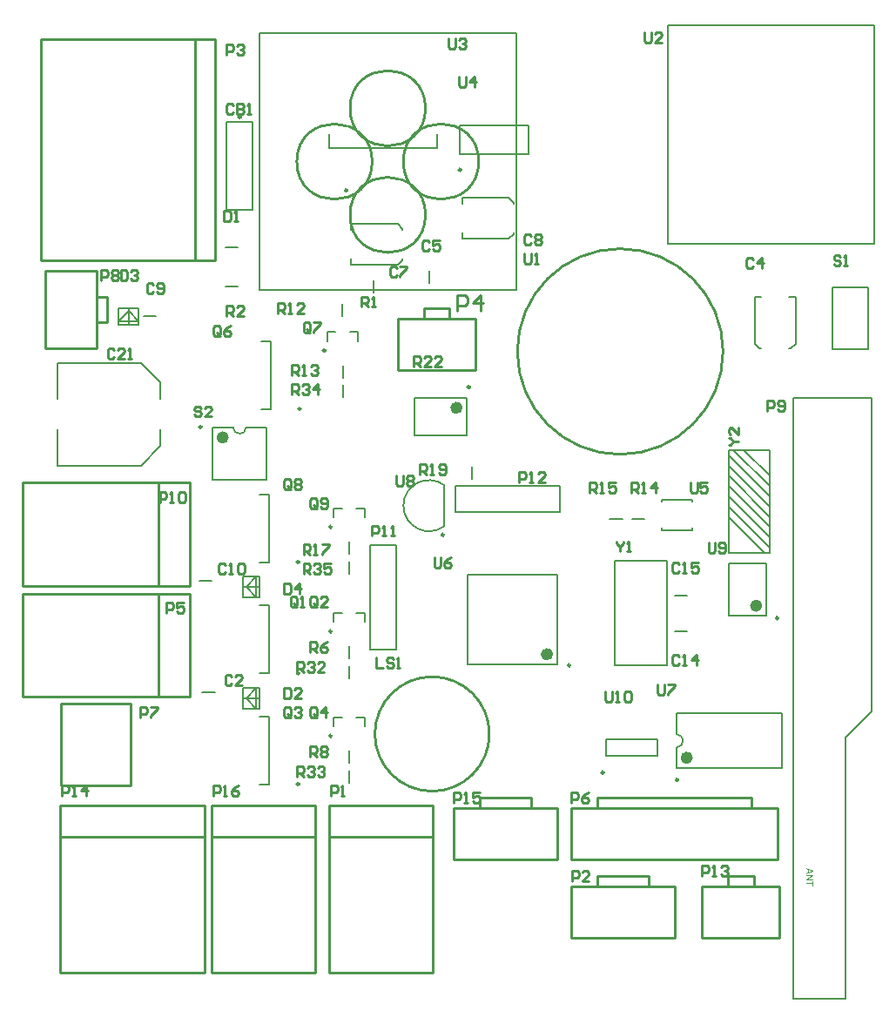
<source format=gto>
%FSLAX25Y25*%
%MOIN*%
G70*
G01*
G75*
%ADD10R,0.04134X0.09449*%
%ADD11R,0.41929X0.35039*%
%ADD12R,0.01181X0.05906*%
%ADD13R,0.05906X0.01181*%
%ADD14R,0.04724X0.05512*%
%ADD15R,0.07874X0.03937*%
%ADD16O,0.02756X0.09843*%
%ADD17R,0.02362X0.04528*%
%ADD18R,0.11221X0.08465*%
%ADD19R,0.08465X0.11221*%
%ADD20R,0.12992X0.09449*%
%ADD21R,0.03937X0.09449*%
%ADD22O,0.02362X0.08858*%
%ADD23O,0.08858X0.02362*%
%ADD24R,0.06693X0.06693*%
%ADD25R,0.05512X0.04724*%
%ADD26R,0.06693X0.06693*%
%ADD27O,0.00984X0.06102*%
%ADD28O,0.06102X0.00984*%
%ADD29R,0.23228X0.21654*%
%ADD30R,0.07087X0.03543*%
%ADD31R,0.20276X0.09252*%
%ADD32C,0.01000*%
%ADD33C,0.02500*%
%ADD34C,0.02000*%
%ADD35C,0.05000*%
%ADD36C,0.15000*%
%ADD37C,0.10000*%
%ADD38C,0.01500*%
%ADD39C,0.07874*%
%ADD40C,0.06299*%
%ADD41R,0.05906X0.05906*%
%ADD42C,0.05906*%
%ADD43C,0.11000*%
%ADD44C,0.15748*%
%ADD45R,0.05906X0.05906*%
%ADD46C,0.03937*%
%ADD47C,0.07284*%
%ADD48R,0.07284X0.07284*%
%ADD49O,0.07874X0.03937*%
%ADD50O,0.07874X0.03937*%
%ADD51C,0.11811*%
%ADD52C,0.04724*%
%ADD53R,0.07874X0.07874*%
%ADD54C,0.07874*%
%ADD55C,0.06693*%
%ADD56C,0.09000*%
%ADD57C,0.02000*%
%ADD58C,0.04000*%
%ADD59C,0.01800*%
%ADD60C,0.05000*%
%ADD61C,0.06000*%
%ADD62C,0.03800*%
%ADD63C,0.02500*%
%ADD64C,0.03600*%
%ADD65C,0.15000*%
%ADD66R,0.11811X0.11811*%
%ADD67C,0.02362*%
%ADD68C,0.00984*%
%ADD69C,0.00787*%
%ADD70C,0.00800*%
G36*
X325077Y27046D02*
X323098Y25719D01*
X325077D01*
Y25401D01*
X322559D01*
Y25743D01*
X324535Y27067D01*
X322559D01*
Y27385D01*
X325077D01*
Y27046D01*
D02*
G37*
G36*
Y23037D02*
X324780D01*
Y23867D01*
X322559D01*
Y24201D01*
X324780D01*
Y25031D01*
X325077D01*
Y23037D01*
D02*
G37*
G36*
Y29039D02*
Y28676D01*
X322559Y27649D01*
Y28027D01*
X323320Y28318D01*
Y29376D01*
X322559Y29649D01*
Y30000D01*
X325077Y29039D01*
D02*
G37*
%LPC*%
G36*
X323592Y29282D02*
Y28421D01*
X324286Y28688D01*
X324289D01*
X324301Y28694D01*
X324317Y28700D01*
X324341Y28706D01*
X324368Y28718D01*
X324398Y28727D01*
X324435Y28743D01*
X324471Y28755D01*
X324556Y28785D01*
X324644Y28812D01*
X324732Y28843D01*
X324816Y28867D01*
X324813D01*
X324804Y28870D01*
X324792Y28873D01*
X324774Y28876D01*
X324753Y28882D01*
X324726Y28888D01*
X324695Y28894D01*
X324662Y28903D01*
X324589Y28921D01*
X324507Y28946D01*
X324419Y28973D01*
X324329Y29003D01*
X323592Y29282D01*
D02*
G37*
%LPD*%
D32*
X176759Y280001D02*
G03*
X176759Y280001I-14436J0D01*
G01*
X156372Y300401D02*
G03*
X156372Y300401I-14436J0D01*
G01*
X176759Y320801D02*
G03*
X176759Y320801I-14436J0D01*
G01*
X197147Y300413D02*
G03*
X197147Y300413I-14436J0D01*
G01*
X290680Y227701D02*
G03*
X290680Y227701I-39370J0D01*
G01*
X201225Y81301D02*
G03*
X201225Y81301I-21915J0D01*
G01*
X185953Y240375D02*
Y244312D01*
X176110D02*
X185953D01*
X176110Y240375D02*
Y244312D01*
X166268Y240375D02*
X195795D01*
Y220690D02*
Y240375D01*
X166268Y220690D02*
X195795D01*
X166268D02*
Y240375D01*
X36878Y42000D02*
Y54000D01*
Y-10000D02*
Y42000D01*
Y54000D02*
X92059D01*
Y42000D02*
Y54000D01*
Y-10000D02*
Y30000D01*
X36878Y-10000D02*
X92059D01*
X36878Y42000D02*
X92059D01*
Y30000D02*
Y42000D01*
X88484Y262579D02*
Y347224D01*
X29429Y262579D02*
X96358D01*
X29429Y347224D02*
X96358D01*
X29429Y262579D02*
Y347224D01*
X88484Y262579D02*
X96358D01*
Y347224D01*
X88484D02*
X96358D01*
X139969Y54000D02*
X179559D01*
Y42000D02*
Y54000D01*
Y-10000D02*
Y30000D01*
X139969Y-10000D02*
X179559D01*
X139969Y42000D02*
X179559D01*
Y30000D02*
Y42000D01*
X139969Y-10000D02*
Y42000D01*
Y54000D01*
X86559Y138000D02*
Y177591D01*
X74559Y138000D02*
X86559D01*
X22559D02*
X62559D01*
X22559D02*
Y177591D01*
X74559Y138000D02*
Y177591D01*
X62559Y138000D02*
X74559D01*
X22559Y177591D02*
X74559D01*
X86559D01*
X94969Y42000D02*
Y54000D01*
Y-10000D02*
Y42000D01*
X134559Y30000D02*
Y42000D01*
X94969D02*
X134559D01*
X94969Y-10000D02*
X134559D01*
Y30000D01*
Y42000D02*
Y54000D01*
X94969D02*
X134559D01*
X37067Y92795D02*
X50059D01*
X37067Y61614D02*
Y92795D01*
Y61614D02*
X63839D01*
Y92795D01*
X50059D02*
X63839D01*
X31299Y258543D02*
X50984D01*
X31299Y229016D02*
Y258543D01*
Y229016D02*
X50984D01*
Y258543D01*
Y248701D02*
X54921D01*
Y238858D02*
Y248701D01*
X50984Y238858D02*
X54921D01*
X232717Y33189D02*
Y52874D01*
Y33189D02*
X311457D01*
Y52874D01*
X232717D02*
X311457D01*
X242559D02*
Y56811D01*
X301614D01*
Y52874D02*
Y56811D01*
X232717Y3189D02*
Y22874D01*
Y3189D02*
X272087D01*
Y22874D01*
X232717D02*
X272087D01*
X242559D02*
Y26811D01*
X262244D01*
Y22874D02*
Y26811D01*
X187717Y33189D02*
Y52874D01*
Y33189D02*
X227087D01*
Y52874D01*
X187717D02*
X227087D01*
X197559D02*
Y56811D01*
X217244D01*
Y52874D02*
Y56811D01*
X282717Y3189D02*
Y22874D01*
Y3189D02*
X312244D01*
Y22874D01*
X282717D02*
X312244D01*
X292559D02*
Y26811D01*
X302402D01*
Y22874D02*
Y26811D01*
X74559Y135091D02*
X86559D01*
X22559D02*
X74559D01*
X62559Y95500D02*
X74559D01*
Y135091D01*
X22559Y95500D02*
Y135091D01*
Y95500D02*
X62559D01*
X74559D02*
X86559D01*
Y135091D01*
X189000Y243400D02*
Y249398D01*
X191999D01*
X192999Y248398D01*
Y246399D01*
X191999Y245399D01*
X189000D01*
X197997Y243400D02*
Y249398D01*
X194998Y246399D01*
X198997D01*
X140459Y57500D02*
Y61436D01*
X142427D01*
X143083Y60780D01*
Y59468D01*
X142427Y58812D01*
X140459D01*
X144395Y57500D02*
X145707D01*
X145051D01*
Y61436D01*
X144395Y60780D01*
X57683Y228280D02*
X57027Y228936D01*
X55715D01*
X55059Y228280D01*
Y225656D01*
X55715Y225000D01*
X57027D01*
X57683Y225656D01*
X61619Y225000D02*
X58995D01*
X61619Y227624D01*
Y228280D01*
X60963Y228936D01*
X59651D01*
X58995Y228280D01*
X62931Y225000D02*
X64242D01*
X63586D01*
Y228936D01*
X62931Y228280D01*
X99659Y281536D02*
Y277600D01*
X101627D01*
X102283Y278256D01*
Y280880D01*
X101627Y281536D01*
X99659D01*
X103595Y277600D02*
X104907D01*
X104251D01*
Y281536D01*
X103595Y280880D01*
X102683Y103280D02*
X102027Y103936D01*
X100715D01*
X100059Y103280D01*
Y100656D01*
X100715Y100000D01*
X102027D01*
X102683Y100656D01*
X106619Y100000D02*
X103995D01*
X106619Y102624D01*
Y103280D01*
X105963Y103936D01*
X104651D01*
X103995Y103280D01*
X302282Y263031D02*
X301626Y263687D01*
X300314D01*
X299658Y263031D01*
Y260407D01*
X300314Y259751D01*
X301626D01*
X302282Y260407D01*
X305562Y259751D02*
Y263687D01*
X303594Y261719D01*
X306218D01*
X178234Y269481D02*
X177578Y270137D01*
X176266D01*
X175610Y269481D01*
Y266857D01*
X176266Y266201D01*
X177578D01*
X178234Y266857D01*
X182170Y270137D02*
X179546D01*
Y268169D01*
X180858Y268825D01*
X181514D01*
X182170Y268169D01*
Y266857D01*
X181514Y266201D01*
X180202D01*
X179546Y266857D01*
X165734Y259481D02*
X165078Y260137D01*
X163766D01*
X163110Y259481D01*
Y256857D01*
X163766Y256201D01*
X165078D01*
X165734Y256857D01*
X167046Y260137D02*
X169670D01*
Y259481D01*
X167046Y256857D01*
Y256201D01*
X217134Y271781D02*
X216478Y272437D01*
X215166D01*
X214510Y271781D01*
Y269157D01*
X215166Y268501D01*
X216478D01*
X217134Y269157D01*
X218446Y271781D02*
X219102Y272437D01*
X220414D01*
X221070Y271781D01*
Y271125D01*
X220414Y270469D01*
X221070Y269813D01*
Y269157D01*
X220414Y268501D01*
X219102D01*
X218446Y269157D01*
Y269813D01*
X219102Y270469D01*
X218446Y271125D01*
Y271781D01*
X219102Y270469D02*
X220414D01*
X72683Y253280D02*
X72027Y253936D01*
X70715D01*
X70059Y253280D01*
Y250656D01*
X70715Y250000D01*
X72027D01*
X72683Y250656D01*
X73995D02*
X74651Y250000D01*
X75963D01*
X76619Y250656D01*
Y253280D01*
X75963Y253936D01*
X74651D01*
X73995Y253280D01*
Y252624D01*
X74651Y251968D01*
X76619D01*
X100183Y145780D02*
X99527Y146436D01*
X98215D01*
X97559Y145780D01*
Y143156D01*
X98215Y142500D01*
X99527D01*
X100183Y143156D01*
X101495Y142500D02*
X102807D01*
X102151D01*
Y146436D01*
X101495Y145780D01*
X104775D02*
X105431Y146436D01*
X106743D01*
X107398Y145780D01*
Y143156D01*
X106743Y142500D01*
X105431D01*
X104775Y143156D01*
Y145780D01*
X273934Y110981D02*
X273278Y111637D01*
X271966D01*
X271310Y110981D01*
Y108357D01*
X271966Y107701D01*
X273278D01*
X273934Y108357D01*
X275246Y107701D02*
X276558D01*
X275902D01*
Y111637D01*
X275246Y110981D01*
X280494Y107701D02*
Y111637D01*
X278526Y109669D01*
X281150D01*
X273934Y146181D02*
X273278Y146837D01*
X271966D01*
X271310Y146181D01*
Y143557D01*
X271966Y142901D01*
X273278D01*
X273934Y143557D01*
X275246Y142901D02*
X276558D01*
X275902D01*
Y146837D01*
X275246Y146181D01*
X281150Y146837D02*
X278526D01*
Y144869D01*
X279838Y145525D01*
X280494D01*
X281150Y144869D01*
Y143557D01*
X280494Y142901D01*
X279182D01*
X278526Y143557D01*
X122559Y98936D02*
Y95000D01*
X124527D01*
X125183Y95656D01*
Y98280D01*
X124527Y98936D01*
X122559D01*
X129119Y95000D02*
X126495D01*
X129119Y97624D01*
Y98280D01*
X128463Y98936D01*
X127151D01*
X126495Y98280D01*
X60059Y258936D02*
Y255000D01*
X62027D01*
X62683Y255656D01*
Y258280D01*
X62027Y258936D01*
X60059D01*
X63995Y258280D02*
X64651Y258936D01*
X65963D01*
X66619Y258280D01*
Y257624D01*
X65963Y256968D01*
X65307D01*
X65963D01*
X66619Y256312D01*
Y255656D01*
X65963Y255000D01*
X64651D01*
X63995Y255656D01*
X122559Y138936D02*
Y135000D01*
X124527D01*
X125183Y135656D01*
Y138280D01*
X124527Y138936D01*
X122559D01*
X128463Y135000D02*
Y138936D01*
X126495Y136968D01*
X129119D01*
X157859Y110636D02*
Y106700D01*
X160483D01*
X164419Y109980D02*
X163763Y110636D01*
X162451D01*
X161795Y109980D01*
Y109324D01*
X162451Y108668D01*
X163763D01*
X164419Y108012D01*
Y107356D01*
X163763Y106700D01*
X162451D01*
X161795Y107356D01*
X165731Y106700D02*
X167043D01*
X166387D01*
Y110636D01*
X165731Y109980D01*
X232791Y25000D02*
Y28936D01*
X234759D01*
X235415Y28280D01*
Y26968D01*
X234759Y26312D01*
X232791D01*
X239351Y25000D02*
X236727D01*
X239351Y27624D01*
Y28280D01*
X238695Y28936D01*
X237383D01*
X236727Y28280D01*
X100610Y341201D02*
Y345137D01*
X102578D01*
X103234Y344481D01*
Y343169D01*
X102578Y342513D01*
X100610D01*
X104546Y344481D02*
X105202Y345137D01*
X106514D01*
X107170Y344481D01*
Y343825D01*
X106514Y343169D01*
X105858D01*
X106514D01*
X107170Y342513D01*
Y341857D01*
X106514Y341201D01*
X105202D01*
X104546Y341857D01*
X77559Y127500D02*
Y131436D01*
X79527D01*
X80183Y130780D01*
Y129468D01*
X79527Y128812D01*
X77559D01*
X84119Y131436D02*
X81495D01*
Y129468D01*
X82807Y130124D01*
X83463D01*
X84119Y129468D01*
Y128156D01*
X83463Y127500D01*
X82151D01*
X81495Y128156D01*
X307559Y205000D02*
Y208936D01*
X309527D01*
X310183Y208280D01*
Y206968D01*
X309527Y206312D01*
X307559D01*
X311495Y205656D02*
X312151Y205000D01*
X313463D01*
X314119Y205656D01*
Y208280D01*
X313463Y208936D01*
X312151D01*
X311495Y208280D01*
Y207624D01*
X312151Y206968D01*
X314119D01*
X156259Y157100D02*
Y161036D01*
X158227D01*
X158883Y160380D01*
Y159068D01*
X158227Y158412D01*
X156259D01*
X160195Y157100D02*
X161507D01*
X160851D01*
Y161036D01*
X160195Y160380D01*
X163475Y157100D02*
X164787D01*
X164131D01*
Y161036D01*
X163475Y160380D01*
X212559Y177500D02*
Y181436D01*
X214527D01*
X215183Y180780D01*
Y179468D01*
X214527Y178812D01*
X212559D01*
X216495Y177500D02*
X217807D01*
X217151D01*
Y181436D01*
X216495Y180780D01*
X222398Y177500D02*
X219775D01*
X222398Y180124D01*
Y180780D01*
X221743Y181436D01*
X220430D01*
X219775Y180780D01*
X37559Y57500D02*
Y61436D01*
X39527D01*
X40183Y60780D01*
Y59468D01*
X39527Y58812D01*
X37559D01*
X41495Y57500D02*
X42807D01*
X42151D01*
Y61436D01*
X41495Y60780D01*
X46742Y57500D02*
Y61436D01*
X44775Y59468D01*
X47398D01*
X187559Y55000D02*
Y58936D01*
X189527D01*
X190183Y58280D01*
Y56968D01*
X189527Y56312D01*
X187559D01*
X191495Y55000D02*
X192807D01*
X192151D01*
Y58936D01*
X191495Y58280D01*
X197398Y58936D02*
X194775D01*
Y56968D01*
X196087Y57624D01*
X196742D01*
X197398Y56968D01*
Y55656D01*
X196742Y55000D01*
X195431D01*
X194775Y55656D01*
X95459Y57500D02*
Y61436D01*
X97427D01*
X98083Y60780D01*
Y59468D01*
X97427Y58812D01*
X95459D01*
X99395Y57500D02*
X100707D01*
X100051D01*
Y61436D01*
X99395Y60780D01*
X105298Y61436D02*
X103987Y60780D01*
X102675Y59468D01*
Y58156D01*
X103331Y57500D01*
X104642D01*
X105298Y58156D01*
Y58812D01*
X104642Y59468D01*
X102675D01*
X127683Y130656D02*
Y133280D01*
X127027Y133936D01*
X125715D01*
X125059Y133280D01*
Y130656D01*
X125715Y130000D01*
X127027D01*
X126371Y131312D02*
X127683Y130000D01*
X127027D02*
X127683Y130656D01*
X128995Y130000D02*
X130307D01*
X129651D01*
Y133936D01*
X128995Y133280D01*
X135183Y130656D02*
Y133280D01*
X134527Y133936D01*
X133215D01*
X132559Y133280D01*
Y130656D01*
X133215Y130000D01*
X134527D01*
X133871Y131312D02*
X135183Y130000D01*
X134527D02*
X135183Y130656D01*
X139119Y130000D02*
X136495D01*
X139119Y132624D01*
Y133280D01*
X138463Y133936D01*
X137151D01*
X136495Y133280D01*
X125183Y88156D02*
Y90780D01*
X124527Y91436D01*
X123215D01*
X122559Y90780D01*
Y88156D01*
X123215Y87500D01*
X124527D01*
X123871Y88812D02*
X125183Y87500D01*
X124527D02*
X125183Y88156D01*
X126495Y90780D02*
X127151Y91436D01*
X128463D01*
X129119Y90780D01*
Y90124D01*
X128463Y89468D01*
X127807D01*
X128463D01*
X129119Y88812D01*
Y88156D01*
X128463Y87500D01*
X127151D01*
X126495Y88156D01*
X135183D02*
Y90780D01*
X134527Y91436D01*
X133215D01*
X132559Y90780D01*
Y88156D01*
X133215Y87500D01*
X134527D01*
X133871Y88812D02*
X135183Y87500D01*
X134527D02*
X135183Y88156D01*
X138463Y87500D02*
Y91436D01*
X136495Y89468D01*
X139119D01*
X98234Y234357D02*
Y236981D01*
X97578Y237637D01*
X96266D01*
X95610Y236981D01*
Y234357D01*
X96266Y233701D01*
X97578D01*
X96922Y235013D02*
X98234Y233701D01*
X97578D02*
X98234Y234357D01*
X102170Y237637D02*
X100858Y236981D01*
X99546Y235669D01*
Y234357D01*
X100202Y233701D01*
X101514D01*
X102170Y234357D01*
Y235013D01*
X101514Y235669D01*
X99546D01*
X132683Y235656D02*
Y238280D01*
X132027Y238936D01*
X130715D01*
X130059Y238280D01*
Y235656D01*
X130715Y235000D01*
X132027D01*
X131371Y236312D02*
X132683Y235000D01*
X132027D02*
X132683Y235656D01*
X133995Y238936D02*
X136619D01*
Y238280D01*
X133995Y235656D01*
Y235000D01*
X125183Y175656D02*
Y178280D01*
X124527Y178936D01*
X123215D01*
X122559Y178280D01*
Y175656D01*
X123215Y175000D01*
X124527D01*
X123871Y176312D02*
X125183Y175000D01*
X124527D02*
X125183Y175656D01*
X126495Y178280D02*
X127151Y178936D01*
X128463D01*
X129119Y178280D01*
Y177624D01*
X128463Y176968D01*
X129119Y176312D01*
Y175656D01*
X128463Y175000D01*
X127151D01*
X126495Y175656D01*
Y176312D01*
X127151Y176968D01*
X126495Y177624D01*
Y178280D01*
X127151Y176968D02*
X128463D01*
X135183Y168156D02*
Y170780D01*
X134527Y171436D01*
X133215D01*
X132559Y170780D01*
Y168156D01*
X133215Y167500D01*
X134527D01*
X133871Y168812D02*
X135183Y167500D01*
X134527D02*
X135183Y168156D01*
X136495D02*
X137151Y167500D01*
X138463D01*
X139119Y168156D01*
Y170780D01*
X138463Y171436D01*
X137151D01*
X136495Y170780D01*
Y170124D01*
X137151Y169468D01*
X139119D01*
X152359Y244800D02*
Y248736D01*
X154327D01*
X154983Y248080D01*
Y246768D01*
X154327Y246112D01*
X152359D01*
X153671D02*
X154983Y244800D01*
X156295D02*
X157607D01*
X156951D01*
Y248736D01*
X156295Y248080D01*
X100610Y241201D02*
Y245137D01*
X102578D01*
X103234Y244481D01*
Y243169D01*
X102578Y242513D01*
X100610D01*
X101922D02*
X103234Y241201D01*
X107170D02*
X104546D01*
X107170Y243825D01*
Y244481D01*
X106514Y245137D01*
X105202D01*
X104546Y244481D01*
X132559Y112500D02*
Y116436D01*
X134527D01*
X135183Y115780D01*
Y114468D01*
X134527Y113812D01*
X132559D01*
X133871D02*
X135183Y112500D01*
X139119Y116436D02*
X137807Y115780D01*
X136495Y114468D01*
Y113156D01*
X137151Y112500D01*
X138463D01*
X139119Y113156D01*
Y113812D01*
X138463Y114468D01*
X136495D01*
X132559Y72500D02*
Y76436D01*
X134527D01*
X135183Y75780D01*
Y74468D01*
X134527Y73812D01*
X132559D01*
X133871D02*
X135183Y72500D01*
X136495Y75780D02*
X137151Y76436D01*
X138463D01*
X139119Y75780D01*
Y75124D01*
X138463Y74468D01*
X139119Y73812D01*
Y73156D01*
X138463Y72500D01*
X137151D01*
X136495Y73156D01*
Y73812D01*
X137151Y74468D01*
X136495Y75124D01*
Y75780D01*
X137151Y74468D02*
X138463D01*
X120359Y242400D02*
Y246336D01*
X122327D01*
X122983Y245680D01*
Y244368D01*
X122327Y243712D01*
X120359D01*
X121671D02*
X122983Y242400D01*
X124295D02*
X125607D01*
X124951D01*
Y246336D01*
X124295Y245680D01*
X130198Y242400D02*
X127575D01*
X130198Y245024D01*
Y245680D01*
X129543Y246336D01*
X128231D01*
X127575Y245680D01*
X125610Y218701D02*
Y222637D01*
X127578D01*
X128234Y221981D01*
Y220669D01*
X127578Y220013D01*
X125610D01*
X126922D02*
X128234Y218701D01*
X129546D02*
X130858D01*
X130202D01*
Y222637D01*
X129546Y221981D01*
X132826D02*
X133482Y222637D01*
X134794D01*
X135450Y221981D01*
Y221325D01*
X134794Y220669D01*
X134138D01*
X134794D01*
X135450Y220013D01*
Y219357D01*
X134794Y218701D01*
X133482D01*
X132826Y219357D01*
X255610Y173701D02*
Y177637D01*
X257578D01*
X258234Y176981D01*
Y175669D01*
X257578Y175013D01*
X255610D01*
X256922D02*
X258234Y173701D01*
X259546D02*
X260858D01*
X260202D01*
Y177637D01*
X259546Y176981D01*
X264794Y173701D02*
Y177637D01*
X262826Y175669D01*
X265450D01*
X239710Y173701D02*
Y177637D01*
X241678D01*
X242334Y176981D01*
Y175669D01*
X241678Y175013D01*
X239710D01*
X241022D02*
X242334Y173701D01*
X243646D02*
X244958D01*
X244302D01*
Y177637D01*
X243646Y176981D01*
X249550Y177637D02*
X246926D01*
Y175669D01*
X248238Y176325D01*
X248894D01*
X249550Y175669D01*
Y174357D01*
X248894Y173701D01*
X247582D01*
X246926Y174357D01*
X130059Y150000D02*
Y153936D01*
X132027D01*
X132683Y153280D01*
Y151968D01*
X132027Y151312D01*
X130059D01*
X131371D02*
X132683Y150000D01*
X133995D02*
X135307D01*
X134651D01*
Y153936D01*
X133995Y153280D01*
X137275Y153936D02*
X139899D01*
Y153280D01*
X137275Y150656D01*
Y150000D01*
X174594Y180501D02*
Y184437D01*
X176562D01*
X177218Y183781D01*
Y182469D01*
X176562Y181813D01*
X174594D01*
X175906D02*
X177218Y180501D01*
X178530D02*
X179842D01*
X179186D01*
Y184437D01*
X178530Y183781D01*
X181810Y181157D02*
X182466Y180501D01*
X183777D01*
X184433Y181157D01*
Y183781D01*
X183777Y184437D01*
X182466D01*
X181810Y183781D01*
Y183125D01*
X182466Y182469D01*
X184433D01*
X172359Y222000D02*
Y225936D01*
X174327D01*
X174983Y225280D01*
Y223968D01*
X174327Y223312D01*
X172359D01*
X173671D02*
X174983Y222000D01*
X178919D02*
X176295D01*
X178919Y224624D01*
Y225280D01*
X178263Y225936D01*
X176951D01*
X176295Y225280D01*
X182854Y222000D02*
X180231D01*
X182854Y224624D01*
Y225280D01*
X182199Y225936D01*
X180887D01*
X180231Y225280D01*
X214510Y265237D02*
Y261957D01*
X215166Y261301D01*
X216478D01*
X217134Y261957D01*
Y265237D01*
X218446Y261301D02*
X219758D01*
X219102D01*
Y265237D01*
X218446Y264581D01*
X260559Y349936D02*
Y346656D01*
X261215Y346000D01*
X262527D01*
X263183Y346656D01*
Y349936D01*
X267119Y346000D02*
X264495D01*
X267119Y348624D01*
Y349280D01*
X266463Y349936D01*
X265151D01*
X264495Y349280D01*
X185610Y347637D02*
Y344357D01*
X186266Y343701D01*
X187578D01*
X188234Y344357D01*
Y347637D01*
X189546Y346981D02*
X190202Y347637D01*
X191514D01*
X192170Y346981D01*
Y346325D01*
X191514Y345669D01*
X190858D01*
X191514D01*
X192170Y345013D01*
Y344357D01*
X191514Y343701D01*
X190202D01*
X189546Y344357D01*
X189710Y332937D02*
Y329657D01*
X190366Y329001D01*
X191678D01*
X192334Y329657D01*
Y332937D01*
X195614Y329001D02*
Y332937D01*
X193646Y330969D01*
X196270D01*
X180059Y148936D02*
Y145656D01*
X180715Y145000D01*
X182027D01*
X182683Y145656D01*
Y148936D01*
X186619D02*
X185307Y148280D01*
X183995Y146968D01*
Y145656D01*
X184651Y145000D01*
X185963D01*
X186619Y145656D01*
Y146312D01*
X185963Y146968D01*
X183995D01*
X265610Y100137D02*
Y96857D01*
X266266Y96201D01*
X267578D01*
X268234Y96857D01*
Y100137D01*
X269546D02*
X272170D01*
Y99481D01*
X269546Y96857D01*
Y96201D01*
X165610Y180137D02*
Y176857D01*
X166266Y176201D01*
X167578D01*
X168234Y176857D01*
Y180137D01*
X169546Y179481D02*
X170202Y180137D01*
X171514D01*
X172170Y179481D01*
Y178825D01*
X171514Y178169D01*
X172170Y177513D01*
Y176857D01*
X171514Y176201D01*
X170202D01*
X169546Y176857D01*
Y177513D01*
X170202Y178169D01*
X169546Y178825D01*
Y179481D01*
X170202Y178169D02*
X171514D01*
X285059Y154536D02*
Y151256D01*
X285715Y150600D01*
X287027D01*
X287683Y151256D01*
Y154536D01*
X288995Y151256D02*
X289651Y150600D01*
X290963D01*
X291619Y151256D01*
Y153880D01*
X290963Y154536D01*
X289651D01*
X288995Y153880D01*
Y153224D01*
X289651Y152568D01*
X291619D01*
X245610Y97637D02*
Y94357D01*
X246266Y93701D01*
X247578D01*
X248234Y94357D01*
Y97637D01*
X249546Y93701D02*
X250858D01*
X250202D01*
Y97637D01*
X249546Y96981D01*
X252826D02*
X253482Y97637D01*
X254794D01*
X255450Y96981D01*
Y94357D01*
X254794Y93701D01*
X253482D01*
X252826Y94357D01*
Y96981D01*
X249910Y155037D02*
Y154381D01*
X251222Y153069D01*
X252534Y154381D01*
Y155037D01*
X251222Y153069D02*
Y151101D01*
X253846D02*
X255158D01*
X254502D01*
Y155037D01*
X253846Y154381D01*
X292738Y192047D02*
X293393D01*
X294705Y193359D01*
X293393Y194671D01*
X292738D01*
X294705Y193359D02*
X296673D01*
Y198607D02*
Y195983D01*
X294050Y198607D01*
X293393D01*
X292738Y197951D01*
Y196639D01*
X293393Y195983D01*
X232559Y55000D02*
Y58936D01*
X234527D01*
X235183Y58280D01*
Y56968D01*
X234527Y56312D01*
X232559D01*
X239119Y58936D02*
X237807Y58280D01*
X236495Y56968D01*
Y55656D01*
X237151Y55000D01*
X238463D01*
X239119Y55656D01*
Y56312D01*
X238463Y56968D01*
X236495D01*
X282559Y27000D02*
Y30936D01*
X284527D01*
X285183Y30280D01*
Y28968D01*
X284527Y28312D01*
X282559D01*
X286495Y27000D02*
X287807D01*
X287151D01*
Y30936D01*
X286495Y30280D01*
X289775D02*
X290431Y30936D01*
X291742D01*
X292399Y30280D01*
Y29624D01*
X291742Y28968D01*
X291087D01*
X291742D01*
X292399Y28312D01*
Y27656D01*
X291742Y27000D01*
X290431D01*
X289775Y27656D01*
X67559Y87500D02*
Y91436D01*
X69527D01*
X70183Y90780D01*
Y89468D01*
X69527Y88812D01*
X67559D01*
X71495Y91436D02*
X74119D01*
Y90780D01*
X71495Y88156D01*
Y87500D01*
X52559Y255000D02*
Y258936D01*
X54527D01*
X55183Y258280D01*
Y256968D01*
X54527Y256312D01*
X52559D01*
X56495Y258280D02*
X57151Y258936D01*
X58463D01*
X59119Y258280D01*
Y257624D01*
X58463Y256968D01*
X59119Y256312D01*
Y255656D01*
X58463Y255000D01*
X57151D01*
X56495Y255656D01*
Y256312D01*
X57151Y256968D01*
X56495Y257624D01*
Y258280D01*
X57151Y256968D02*
X58463D01*
X75059Y170000D02*
Y173936D01*
X77027D01*
X77683Y173280D01*
Y171968D01*
X77027Y171312D01*
X75059D01*
X78995Y170000D02*
X80307D01*
X79651D01*
Y173936D01*
X78995Y173280D01*
X82275D02*
X82931Y173936D01*
X84242D01*
X84899Y173280D01*
Y170656D01*
X84242Y170000D01*
X82931D01*
X82275Y170656D01*
Y173280D01*
X335683Y263780D02*
X335027Y264436D01*
X333715D01*
X333059Y263780D01*
Y263124D01*
X333715Y262468D01*
X335027D01*
X335683Y261812D01*
Y261156D01*
X335027Y260500D01*
X333715D01*
X333059Y261156D01*
X336995Y260500D02*
X338307D01*
X337651D01*
Y264436D01*
X336995Y263780D01*
X127559Y105000D02*
Y108936D01*
X129527D01*
X130183Y108280D01*
Y106968D01*
X129527Y106312D01*
X127559D01*
X128871D02*
X130183Y105000D01*
X131495Y108280D02*
X132151Y108936D01*
X133463D01*
X134119Y108280D01*
Y107624D01*
X133463Y106968D01*
X132807D01*
X133463D01*
X134119Y106312D01*
Y105656D01*
X133463Y105000D01*
X132151D01*
X131495Y105656D01*
X138054Y105000D02*
X135431D01*
X138054Y107624D01*
Y108280D01*
X137399Y108936D01*
X136087D01*
X135431Y108280D01*
X127559Y65000D02*
Y68936D01*
X129527D01*
X130183Y68280D01*
Y66968D01*
X129527Y66312D01*
X127559D01*
X128871D02*
X130183Y65000D01*
X131495Y68280D02*
X132151Y68936D01*
X133463D01*
X134119Y68280D01*
Y67624D01*
X133463Y66968D01*
X132807D01*
X133463D01*
X134119Y66312D01*
Y65656D01*
X133463Y65000D01*
X132151D01*
X131495Y65656D01*
X135431Y68280D02*
X136087Y68936D01*
X137399D01*
X138054Y68280D01*
Y67624D01*
X137399Y66968D01*
X136742D01*
X137399D01*
X138054Y66312D01*
Y65656D01*
X137399Y65000D01*
X136087D01*
X135431Y65656D01*
X125610Y211201D02*
Y215137D01*
X127578D01*
X128234Y214481D01*
Y213169D01*
X127578Y212513D01*
X125610D01*
X126922D02*
X128234Y211201D01*
X129546Y214481D02*
X130202Y215137D01*
X131514D01*
X132170Y214481D01*
Y213825D01*
X131514Y213169D01*
X130858D01*
X131514D01*
X132170Y212513D01*
Y211857D01*
X131514Y211201D01*
X130202D01*
X129546Y211857D01*
X135450Y211201D02*
Y215137D01*
X133482Y213169D01*
X136106D01*
X130059Y142500D02*
Y146436D01*
X132027D01*
X132683Y145780D01*
Y144468D01*
X132027Y143812D01*
X130059D01*
X131371D02*
X132683Y142500D01*
X133995Y145780D02*
X134651Y146436D01*
X135963D01*
X136619Y145780D01*
Y145124D01*
X135963Y144468D01*
X135307D01*
X135963D01*
X136619Y143812D01*
Y143156D01*
X135963Y142500D01*
X134651D01*
X133995Y143156D01*
X140554Y146436D02*
X137931D01*
Y144468D01*
X139242Y145124D01*
X139899D01*
X140554Y144468D01*
Y143156D01*
X139899Y142500D01*
X138587D01*
X137931Y143156D01*
X278110Y177637D02*
Y174357D01*
X278766Y173701D01*
X280078D01*
X280734Y174357D01*
Y177637D01*
X284670D02*
X282046D01*
Y175669D01*
X283358Y176325D01*
X284014D01*
X284670Y175669D01*
Y174357D01*
X284014Y173701D01*
X282702D01*
X282046Y174357D01*
X103234Y321981D02*
X102578Y322637D01*
X101266D01*
X100610Y321981D01*
Y319357D01*
X101266Y318701D01*
X102578D01*
X103234Y319357D01*
X104546Y322637D02*
Y318701D01*
X106514D01*
X107170Y319357D01*
Y320013D01*
X106514Y320669D01*
X104546D01*
X106514D01*
X107170Y321325D01*
Y321981D01*
X106514Y322637D01*
X104546D01*
X108482Y318701D02*
X109794D01*
X109138D01*
Y322637D01*
X108482Y321981D01*
X90834Y206081D02*
X90178Y206737D01*
X88866D01*
X88210Y206081D01*
Y205425D01*
X88866Y204769D01*
X90178D01*
X90834Y204113D01*
Y203457D01*
X90178Y202801D01*
X88866D01*
X88210Y203457D01*
X94770Y202801D02*
X92146D01*
X94770Y205425D01*
Y206081D01*
X94114Y206737D01*
X92802D01*
X92146Y206081D01*
D67*
X277953Y72205D02*
G03*
X277953Y72205I-1181J0D01*
G01*
X100295Y194803D02*
G03*
X100295Y194803I-1181J0D01*
G01*
X189794Y206149D02*
G03*
X189794Y206149I-1181J0D01*
G01*
X304539Y130398D02*
G03*
X304539Y130398I-1181J0D01*
G01*
X224429Y111811D02*
G03*
X224429Y111811I-1181J0D01*
G01*
D68*
X273484Y63701D02*
G03*
X273484Y63701I-492J0D01*
G01*
X146870Y289429D02*
G03*
X146870Y289429I-492J0D01*
G01*
X91102Y198819D02*
G03*
X91102Y198819I-492J0D01*
G01*
X106098Y317445D02*
G03*
X106098Y317445I-492J0D01*
G01*
X183917Y157559D02*
G03*
X183917Y157559I-492J0D01*
G01*
X245059Y66555D02*
G03*
X245059Y66555I-492J0D01*
G01*
X140965Y160571D02*
G03*
X140965Y160571I-492J0D01*
G01*
X138465Y228071D02*
G03*
X138465Y228071I-492J0D01*
G01*
X190413Y297284D02*
G03*
X190413Y297284I-492J0D01*
G01*
X193849Y214121D02*
G03*
X193849Y214121I-492J0D01*
G01*
X311823Y125654D02*
G03*
X311823Y125654I-492J0D01*
G01*
X140965Y120571D02*
G03*
X140965Y120571I-492J0D01*
G01*
Y80571D02*
G03*
X140965Y80571I-492J0D01*
G01*
X232303Y107579D02*
G03*
X232303Y107579I-492J0D01*
G01*
X128465Y62087D02*
G03*
X128465Y62087I-492J0D01*
G01*
Y104587D02*
G03*
X128465Y104587I-492J0D01*
G01*
Y147087D02*
G03*
X128465Y147087I-492J0D01*
G01*
X129016Y205787D02*
G03*
X129016Y205787I-492J0D01*
G01*
D69*
X272835Y76201D02*
G03*
X272835Y81201I0J2500D01*
G01*
X103110Y198740D02*
G03*
X108110Y198740I2500J0D01*
G01*
X184016Y176496D02*
G03*
X184016Y160906I-5906J-7795D01*
G01*
X228110Y166201D02*
Y176201D01*
X188110Y166201D02*
X228110D01*
X188110Y176201D02*
X228110D01*
X188110Y166201D02*
Y176201D01*
X313386Y68268D02*
Y89134D01*
X272835Y81201D02*
Y89134D01*
Y68268D02*
Y76201D01*
Y89134D02*
X313386D01*
X272835Y68268D02*
X313386D01*
X139941Y305571D02*
Y311083D01*
Y305571D02*
X181280D01*
Y311083D01*
X95177Y178662D02*
Y198740D01*
X116043Y178662D02*
Y198740D01*
X95177D02*
X103110D01*
X108110D02*
X116043D01*
X95177Y178662D02*
X116043D01*
X100610Y315551D02*
X110610D01*
X100610Y281851D02*
Y315551D01*
Y281851D02*
X110610D01*
Y315551D01*
X184016Y160906D02*
Y176496D01*
X194510Y178939D02*
Y183663D01*
X265453Y73051D02*
Y79351D01*
X245768Y73051D02*
Y79351D01*
X265453D01*
X245768Y73051D02*
X265453D01*
X141654Y164213D02*
Y167756D01*
X144803D01*
X153465Y164213D02*
Y167756D01*
X150315D02*
X153465D01*
X139154Y231713D02*
Y235256D01*
X142303D01*
X150965Y231713D02*
Y235256D01*
X147815D02*
X150965D01*
X167953Y262648D02*
Y263287D01*
X166132Y260827D02*
X167953Y262648D01*
X166132Y276575D02*
X167953Y274754D01*
Y274114D02*
Y274754D01*
X148268Y260827D02*
X166132D01*
X148268D02*
Y263287D01*
Y274114D02*
Y276575D01*
X166132D01*
X304557Y228858D02*
X305197D01*
X302736Y230679D02*
X304557Y228858D01*
X316663D02*
X318484Y230679D01*
X316024Y228858D02*
X316663D01*
X302736Y230679D02*
Y248543D01*
X305197D01*
X316024D02*
X318484D01*
Y230679D02*
Y248543D01*
X216299Y303189D02*
Y314213D01*
X189921Y303189D02*
Y314213D01*
X216299D01*
X189921Y303189D02*
X216299D01*
X155610Y153701D02*
X165610D01*
Y113701D02*
Y153701D01*
X155610Y113701D02*
Y153701D01*
Y113701D02*
X165610D01*
X172471Y210086D02*
X192550D01*
X172471Y195716D02*
X192550D01*
Y210086D01*
X172471Y195716D02*
Y210086D01*
X269310Y107701D02*
Y147701D01*
X249310Y107701D02*
X269310D01*
X249310D02*
Y147701D01*
X269310D01*
X307295Y126462D02*
Y146540D01*
X292925Y126462D02*
Y146540D01*
Y126462D02*
X307295D01*
X292925Y146540D02*
X307295D01*
X108091Y137500D02*
X112028Y141437D01*
Y133563D02*
Y141437D01*
X108091Y137500D02*
X112028Y133563D01*
X108091Y137500D02*
Y137500D01*
X108091D02*
X112815D01*
X108091Y137500D02*
X108091Y137500D01*
X113209Y133563D02*
Y141437D01*
X106910D02*
X113209D01*
X106910Y133563D02*
Y141437D01*
Y133563D02*
X113209D01*
X107303Y137500D02*
X108091D01*
X90197Y140000D02*
X94921D01*
X147559Y150138D02*
Y154862D01*
X144910Y241339D02*
Y246063D01*
X145059Y217638D02*
Y222362D01*
X68948Y241301D02*
X73672D01*
X63110Y243169D02*
X67047Y239232D01*
X59173D02*
X67047D01*
X59173D02*
X63110Y243169D01*
X63110D01*
Y238445D02*
Y243169D01*
X63110Y243169D01*
X59173Y238051D02*
X67047D01*
Y244351D01*
X59173D02*
X67047D01*
X59173Y238051D02*
Y244351D01*
X63110Y243169D02*
Y243957D01*
X141654Y124213D02*
Y127756D01*
X144803D01*
X153465Y124213D02*
Y127756D01*
X150315D02*
X153465D01*
X147559Y110138D02*
Y114862D01*
X108091Y95000D02*
X112028Y98937D01*
Y91063D02*
Y98937D01*
X108091Y95000D02*
X112028Y91063D01*
X108091Y95000D02*
Y95000D01*
X108091D02*
X112815D01*
X108091Y95000D02*
X108091Y95000D01*
X113209Y91063D02*
Y98937D01*
X106910D02*
X113209D01*
X106910Y91063D02*
Y98937D01*
Y91063D02*
X113209D01*
X107303Y95000D02*
X108091D01*
X91348Y97301D02*
X96073D01*
X141654Y84213D02*
Y87756D01*
X144803D01*
X153465Y84213D02*
Y87756D01*
X150315D02*
X153465D01*
X147559Y70138D02*
Y74862D01*
X156910Y250139D02*
Y254863D01*
X178110Y253839D02*
Y258563D01*
X100197Y252500D02*
X104921D01*
X210453Y272648D02*
Y273288D01*
X208632Y270827D02*
X210453Y272648D01*
X208632Y286575D02*
X210453Y284754D01*
Y284114D02*
Y284754D01*
X190768Y270827D02*
X208632D01*
X190768D02*
Y273288D01*
Y284114D02*
Y286575D01*
X208632D01*
X192933Y142126D02*
X227185D01*
X192933Y107874D02*
X227185D01*
X192933D02*
Y142126D01*
X227185Y107874D02*
Y142126D01*
X247348Y163701D02*
X252073D01*
X255748D02*
X260472D01*
X113209Y87992D02*
X116949D01*
Y62008D02*
Y87992D01*
X113209Y62008D02*
X116949D01*
X113209Y130492D02*
X116949D01*
Y104508D02*
Y130492D01*
X113209Y104508D02*
X116949D01*
X113209Y172992D02*
X116949D01*
Y147008D02*
Y172992D01*
X113209Y147008D02*
X116949D01*
X332421Y252165D02*
X346201D01*
X332421Y228543D02*
X346201D01*
Y252165D01*
X332421Y228543D02*
Y252165D01*
X100197Y267500D02*
X104921D01*
X147559Y142638D02*
Y147362D01*
X145059Y210138D02*
Y214862D01*
X147559Y62638D02*
Y67362D01*
Y102638D02*
Y107362D01*
X113760Y231693D02*
X117500D01*
Y205709D02*
Y231693D01*
X113760Y205709D02*
X117500D01*
X75295Y191545D02*
Y197894D01*
X67766Y184016D02*
X75295Y191545D01*
X67766Y223386D02*
X75295Y215856D01*
Y209508D02*
Y215856D01*
X35925Y184016D02*
X67766D01*
X35925D02*
Y197894D01*
Y209508D02*
Y223386D01*
X67766D01*
X272148Y120501D02*
X276872D01*
X272148Y134101D02*
X276872D01*
D70*
X113110Y251201D02*
X211536D01*
Y349626D01*
X113110Y251201D02*
Y349626D01*
X267205Y159232D02*
X279016D01*
X267205Y171043D02*
X279016D01*
Y159232D02*
Y160138D01*
X267205Y159232D02*
Y160138D01*
X279016Y170138D02*
Y171043D01*
X267205Y170138D02*
Y171043D01*
X348425Y268976D02*
Y352441D01*
X269685Y268976D02*
Y352441D01*
Y268976D02*
X348425D01*
X269685Y352441D02*
X348425D01*
X292736Y184075D02*
X308484Y168327D01*
X292736Y188012D02*
X308484Y172264D01*
X298642Y189980D02*
X308484Y180138D01*
X294705Y189980D02*
X308484Y176201D01*
X292736D02*
X308484Y160453D01*
X292736Y180138D02*
X308484Y164390D01*
X292736Y172264D02*
X308484Y156516D01*
X292736Y168327D02*
X308484Y152579D01*
X302579Y154547D02*
X306516Y150610D01*
X302579Y154547D02*
Y154547D01*
X292736Y164390D02*
X302579Y154547D01*
X292736Y164390D02*
X292736D01*
X292736Y150610D02*
Y189980D01*
X308484D01*
Y150610D02*
Y189980D01*
X306516Y150610D02*
X308484D01*
X292736D02*
X306516D01*
X347559Y200000D02*
Y210000D01*
X317559D02*
X347559D01*
X317559Y-20000D02*
Y210000D01*
Y-20000D02*
X337559D01*
Y80000D01*
X347559Y90000D01*
Y200000D01*
X113110Y349626D02*
X211536D01*
M02*

</source>
